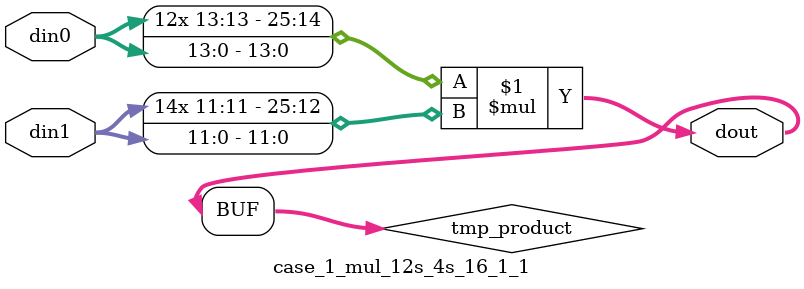
<source format=v>

`timescale 1 ns / 1 ps

 (* use_dsp = "no" *)  module case_1_mul_12s_4s_16_1_1(din0, din1, dout);
parameter ID = 1;
parameter NUM_STAGE = 0;
parameter din0_WIDTH = 14;
parameter din1_WIDTH = 12;
parameter dout_WIDTH = 26;

input [din0_WIDTH - 1 : 0] din0; 
input [din1_WIDTH - 1 : 0] din1; 
output [dout_WIDTH - 1 : 0] dout;

wire signed [dout_WIDTH - 1 : 0] tmp_product;



























assign tmp_product = $signed(din0) * $signed(din1);








assign dout = tmp_product;





















endmodule

</source>
